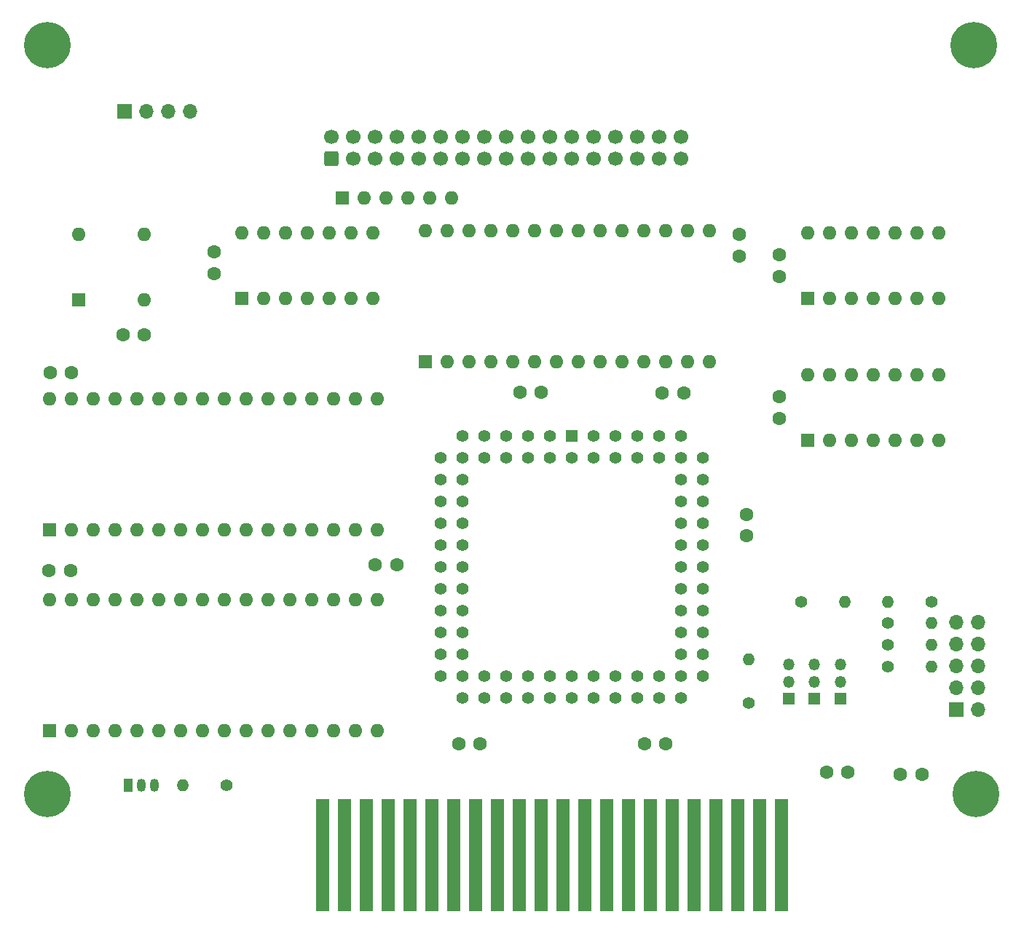
<source format=gbr>
G04 #@! TF.GenerationSoftware,KiCad,Pcbnew,(7.0.0-0)*
G04 #@! TF.CreationDate,2023-07-27T10:02:38+01:00*
G04 #@! TF.ProjectId,SFD700,53464437-3030-42e6-9b69-6361645f7063,rev?*
G04 #@! TF.SameCoordinates,Original*
G04 #@! TF.FileFunction,Soldermask,Bot*
G04 #@! TF.FilePolarity,Negative*
%FSLAX46Y46*%
G04 Gerber Fmt 4.6, Leading zero omitted, Abs format (unit mm)*
G04 Created by KiCad (PCBNEW (7.0.0-0)) date 2023-07-27 10:02:38*
%MOMM*%
%LPD*%
G01*
G04 APERTURE LIST*
G04 Aperture macros list*
%AMRoundRect*
0 Rectangle with rounded corners*
0 $1 Rounding radius*
0 $2 $3 $4 $5 $6 $7 $8 $9 X,Y pos of 4 corners*
0 Add a 4 corners polygon primitive as box body*
4,1,4,$2,$3,$4,$5,$6,$7,$8,$9,$2,$3,0*
0 Add four circle primitives for the rounded corners*
1,1,$1+$1,$2,$3*
1,1,$1+$1,$4,$5*
1,1,$1+$1,$6,$7*
1,1,$1+$1,$8,$9*
0 Add four rect primitives between the rounded corners*
20,1,$1+$1,$2,$3,$4,$5,0*
20,1,$1+$1,$4,$5,$6,$7,0*
20,1,$1+$1,$6,$7,$8,$9,0*
20,1,$1+$1,$8,$9,$2,$3,0*%
G04 Aperture macros list end*
%ADD10R,1.700000X1.700000*%
%ADD11O,1.700000X1.700000*%
%ADD12C,1.600000*%
%ADD13R,1.350000X1.350000*%
%ADD14O,1.350000X1.350000*%
%ADD15R,1.600000X1.600000*%
%ADD16O,1.600000X1.600000*%
%ADD17O,1.400000X1.400000*%
%ADD18C,1.400000*%
%ADD19C,1.422400*%
%ADD20R,1.422400X1.422400*%
%ADD21R,1.500000X13.000000*%
%ADD22C,5.400000*%
%ADD23R,1.050000X1.500000*%
%ADD24O,1.050000X1.500000*%
%ADD25RoundRect,0.250000X0.600000X-0.600000X0.600000X0.600000X-0.600000X0.600000X-0.600000X-0.600000X0*%
%ADD26C,1.700000*%
G04 APERTURE END LIST*
D10*
X113090799Y-51618999D03*
D11*
X115630799Y-51618999D03*
X118170799Y-51618999D03*
X120710799Y-51618999D03*
D12*
X194685600Y-128524000D03*
X197185600Y-128524000D03*
X112897600Y-77622400D03*
X115397600Y-77622400D03*
X184505600Y-68478400D03*
X184505600Y-65978400D03*
D13*
X196291199Y-119989599D03*
D14*
X196291199Y-117989599D03*
X196291199Y-115989599D03*
D15*
X104393999Y-100329999D03*
D16*
X106933999Y-100329999D03*
X109473999Y-100329999D03*
X112013999Y-100329999D03*
X114553999Y-100329999D03*
X117093999Y-100329999D03*
X119633999Y-100329999D03*
X122173999Y-100329999D03*
X124713999Y-100329999D03*
X127253999Y-100329999D03*
X129793999Y-100329999D03*
X132333999Y-100329999D03*
X134873999Y-100329999D03*
X137413999Y-100329999D03*
X139953999Y-100329999D03*
X142493999Y-100329999D03*
X142493999Y-85089999D03*
X139953999Y-85089999D03*
X137413999Y-85089999D03*
X134873999Y-85089999D03*
X132333999Y-85089999D03*
X129793999Y-85089999D03*
X127253999Y-85089999D03*
X124713999Y-85089999D03*
X122173999Y-85089999D03*
X119633999Y-85089999D03*
X117093999Y-85089999D03*
X114553999Y-85089999D03*
X112013999Y-85089999D03*
X109473999Y-85089999D03*
X106933999Y-85089999D03*
X104393999Y-85089999D03*
D17*
X201802999Y-108711999D03*
D18*
X206883000Y-108712000D03*
D17*
X206933799Y-116230399D03*
D18*
X201853800Y-116230400D03*
D17*
X206908399Y-111175799D03*
D18*
X201828400Y-111175800D03*
D17*
X206908399Y-113690399D03*
D18*
X201828400Y-113690400D03*
D12*
X104414000Y-82042000D03*
X106914000Y-82042000D03*
X123469400Y-68021200D03*
X123469400Y-70521200D03*
D16*
X148091999Y-65536999D03*
X150631999Y-65536999D03*
X153171999Y-65536999D03*
X155711999Y-65536999D03*
X158251999Y-65536999D03*
X160791999Y-65536999D03*
X163331999Y-65536999D03*
X165871999Y-65536999D03*
X168411999Y-65536999D03*
X170951999Y-65536999D03*
X173491999Y-65536999D03*
X176031999Y-65536999D03*
X178571999Y-65536999D03*
X181111999Y-65536999D03*
X181111999Y-80776999D03*
X178571999Y-80776999D03*
X176031999Y-80776999D03*
X173491999Y-80776999D03*
X170951999Y-80776999D03*
X168411999Y-80776999D03*
X165871999Y-80776999D03*
X163331999Y-80776999D03*
X160791999Y-80776999D03*
X158251999Y-80776999D03*
X155711999Y-80776999D03*
X153171999Y-80776999D03*
X150631999Y-80776999D03*
D15*
X148091999Y-80776999D03*
X104393999Y-123702999D03*
D16*
X106933999Y-123702999D03*
X109473999Y-123702999D03*
X112013999Y-123702999D03*
X114553999Y-123702999D03*
X117093999Y-123702999D03*
X119633999Y-123702999D03*
X122173999Y-123702999D03*
X124713999Y-123702999D03*
X127253999Y-123702999D03*
X129793999Y-123702999D03*
X132333999Y-123702999D03*
X134873999Y-123702999D03*
X137413999Y-123702999D03*
X139953999Y-123702999D03*
X142493999Y-123702999D03*
X142493999Y-108462999D03*
X139953999Y-108462999D03*
X137413999Y-108462999D03*
X134873999Y-108462999D03*
X132333999Y-108462999D03*
X129793999Y-108462999D03*
X127253999Y-108462999D03*
X124713999Y-108462999D03*
X122173999Y-108462999D03*
X119633999Y-108462999D03*
X117093999Y-108462999D03*
X114553999Y-108462999D03*
X112013999Y-108462999D03*
X109473999Y-108462999D03*
X106933999Y-108462999D03*
X104393999Y-108462999D03*
D12*
X189225000Y-84866000D03*
X189225000Y-87366000D03*
X189225000Y-68356000D03*
X189225000Y-70856000D03*
X176002000Y-125222000D03*
X173502000Y-125222000D03*
X185420000Y-101052000D03*
X185420000Y-98552000D03*
X154432000Y-125222000D03*
X151932000Y-125222000D03*
X161544000Y-84328000D03*
X159044000Y-84328000D03*
X175584800Y-84378800D03*
X178084800Y-84378800D03*
D11*
X212343999Y-111124999D03*
X209803999Y-111124999D03*
X212343999Y-113664999D03*
X209803999Y-113664999D03*
X212343999Y-116204999D03*
X209803999Y-116204999D03*
X212343999Y-118744999D03*
X209803999Y-118744999D03*
X212343999Y-121284999D03*
D10*
X209803999Y-121284999D03*
D17*
X185673999Y-115417599D03*
D18*
X185674000Y-120497600D03*
D17*
X119887999Y-130047999D03*
D18*
X124968000Y-130048000D03*
D15*
X138429999Y-61721999D03*
D16*
X140969999Y-61721999D03*
X143509999Y-61721999D03*
X146049999Y-61721999D03*
X148589999Y-61721999D03*
X151129999Y-61721999D03*
D15*
X192526999Y-73395999D03*
D16*
X195066999Y-73395999D03*
X197606999Y-73395999D03*
X200146999Y-73395999D03*
X202686999Y-73395999D03*
X205226999Y-73395999D03*
X207766999Y-73395999D03*
X207766999Y-65775999D03*
X205226999Y-65775999D03*
X202686999Y-65775999D03*
X200146999Y-65775999D03*
X197606999Y-65775999D03*
X195066999Y-65775999D03*
X192526999Y-65775999D03*
D15*
X192526999Y-89905999D03*
D16*
X195066999Y-89905999D03*
X197606999Y-89905999D03*
X200146999Y-89905999D03*
X202686999Y-89905999D03*
X205226999Y-89905999D03*
X207766999Y-89905999D03*
X207766999Y-82285999D03*
X205226999Y-82285999D03*
X202686999Y-82285999D03*
X200146999Y-82285999D03*
X197606999Y-82285999D03*
X195066999Y-82285999D03*
X192526999Y-82285999D03*
D19*
X167640000Y-91948000D03*
X167640000Y-89408000D03*
X170180000Y-91948000D03*
X170180000Y-89408000D03*
X172720000Y-91948000D03*
X172720000Y-89408000D03*
X175260000Y-91948000D03*
X175260000Y-89408000D03*
X177800000Y-91948000D03*
X177800000Y-89408000D03*
X180340000Y-91948000D03*
X177800000Y-94488000D03*
X180340000Y-94488000D03*
X177800000Y-97028000D03*
X180340000Y-97028000D03*
X177800000Y-99568000D03*
X180340000Y-99568000D03*
X177800000Y-102108000D03*
X180340000Y-102108000D03*
X177800000Y-104648000D03*
X180340000Y-104648000D03*
X177800000Y-107188000D03*
X180340000Y-107188000D03*
X177800000Y-109728000D03*
X180340000Y-109728000D03*
X177800000Y-112268000D03*
X180340000Y-112268000D03*
X177800000Y-114808000D03*
X180340000Y-114808000D03*
X177800000Y-117348000D03*
X180340000Y-117348000D03*
X177800000Y-119888000D03*
X175260000Y-117348000D03*
X175260000Y-119888000D03*
X172720000Y-117348000D03*
X172720000Y-119888000D03*
X170180000Y-117348000D03*
X170180000Y-119888000D03*
X167640000Y-117348000D03*
X167640000Y-119888000D03*
X165100000Y-117348000D03*
X165100000Y-119888000D03*
X162560000Y-117348000D03*
X162560000Y-119888000D03*
X160020000Y-117348000D03*
X160020000Y-119888000D03*
X157480000Y-117348000D03*
X157480000Y-119888000D03*
X154940000Y-117348000D03*
X154940000Y-119888000D03*
X152400000Y-117348000D03*
X152400000Y-119888000D03*
X149860000Y-117348000D03*
X152400000Y-114808000D03*
X149860000Y-114808000D03*
X152400000Y-112268000D03*
X149860000Y-112268000D03*
X152400000Y-109728000D03*
X149860000Y-109728000D03*
X152400000Y-107188000D03*
X149860000Y-107188000D03*
X152400000Y-104648000D03*
X149860000Y-104648000D03*
X152400000Y-102108000D03*
X149860000Y-102108000D03*
X152400000Y-99568000D03*
X149860000Y-99568000D03*
X152400000Y-97028000D03*
X149860000Y-97028000D03*
X152400000Y-94488000D03*
X149860000Y-94488000D03*
X152400000Y-91948000D03*
X149860000Y-91948000D03*
X152400000Y-89408000D03*
X154940000Y-91948000D03*
X154940000Y-89408000D03*
X157480000Y-91948000D03*
X157480000Y-89408000D03*
X160020000Y-91948000D03*
X160020000Y-89408000D03*
X162560000Y-91948000D03*
X162560000Y-89408000D03*
X165100000Y-91948000D03*
D20*
X165099999Y-89407999D03*
D21*
X189469999Y-138153199D03*
X186929999Y-138153199D03*
X184389999Y-138153199D03*
X181849999Y-138153199D03*
X179309999Y-138153199D03*
X176769999Y-138153199D03*
X174229999Y-138153199D03*
X171689999Y-138153199D03*
X169149999Y-138153199D03*
X166609999Y-138153199D03*
X164069999Y-138153199D03*
X161529999Y-138153199D03*
X158989999Y-138153199D03*
X156449999Y-138153199D03*
X153909999Y-138153199D03*
X151369999Y-138153199D03*
X148829999Y-138153199D03*
X146289999Y-138153199D03*
X143749999Y-138153199D03*
X141209999Y-138153199D03*
X138669999Y-138153199D03*
X136129999Y-138153199D03*
D12*
X144740000Y-104394000D03*
X142240000Y-104394000D03*
D22*
X104140000Y-131064000D03*
D12*
X203270800Y-128778000D03*
X205770800Y-128778000D03*
D13*
X190296799Y-119991999D03*
D14*
X190296799Y-117991999D03*
X190296799Y-115991999D03*
D13*
X193296799Y-119991999D03*
D14*
X193296799Y-117991999D03*
X193296799Y-115991999D03*
D16*
X107779999Y-65971999D03*
X115399999Y-65971999D03*
X115399999Y-73591999D03*
D15*
X107779999Y-73591999D03*
D17*
X196799199Y-108711999D03*
D18*
X191719200Y-108712000D03*
D22*
X212090000Y-131064000D03*
D23*
X113487199Y-130047999D03*
D24*
X115011199Y-130047999D03*
X116585999Y-130047999D03*
D12*
X104292400Y-105105200D03*
X106792400Y-105105200D03*
D22*
X104140000Y-43942000D03*
X211836000Y-43942000D03*
D25*
X137160000Y-57150000D03*
D26*
X137160000Y-54610000D03*
X139700000Y-57150000D03*
X139700000Y-54610000D03*
X142240000Y-57150000D03*
X142240000Y-54610000D03*
X144780000Y-57150000D03*
X144780000Y-54610000D03*
X147320000Y-57150000D03*
X147320000Y-54610000D03*
X149860000Y-57150000D03*
X149860000Y-54610000D03*
X152400000Y-57150000D03*
X152400000Y-54610000D03*
X154940000Y-57150000D03*
X154940000Y-54610000D03*
X157480000Y-57150000D03*
X157480000Y-54610000D03*
X160020000Y-57150000D03*
X160020000Y-54610000D03*
X162560000Y-57150000D03*
X162560000Y-54610000D03*
X165100000Y-57150000D03*
X165100000Y-54610000D03*
X167640000Y-57150000D03*
X167640000Y-54610000D03*
X170180000Y-57150000D03*
X170180000Y-54610000D03*
X172720000Y-57150000D03*
X172720000Y-54610000D03*
X175260000Y-57150000D03*
X175260000Y-54610000D03*
X177800000Y-57150000D03*
X177800000Y-54610000D03*
D15*
X126745999Y-73405999D03*
D16*
X129285999Y-73405999D03*
X131825999Y-73405999D03*
X134365999Y-73405999D03*
X136905999Y-73405999D03*
X139445999Y-73405999D03*
X141985999Y-73405999D03*
X141985999Y-65785999D03*
X139445999Y-65785999D03*
X136905999Y-65785999D03*
X134365999Y-65785999D03*
X131825999Y-65785999D03*
X129285999Y-65785999D03*
X126745999Y-65785999D03*
M02*

</source>
